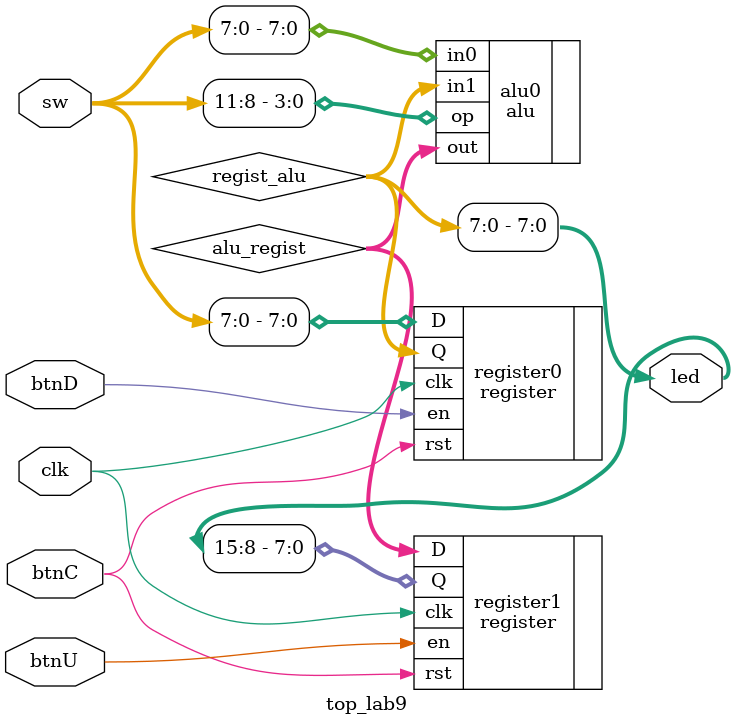
<source format=sv>
`timescale 1ns / 1ps


module top_lab9(
        input [11:0] sw,
        input btnU, btnD, btnC, clk,
        output [15:0] led
    );
    
    wire [7:0] regist_alu;
    register #(.N(8)) register0(
        .D(sw[7:0]),
        .en(btnD),
        .clk(clk),
        .rst(btnC),
        .Q(regist_alu)
        );
    assign led[7:0] = regist_alu;
    
    wire [7:0] alu_regist;
    alu #(.N(8)) alu0(
        .in0(sw[7:0]),
        .in1(regist_alu),        
        .op(sw[11:8]),
        .out(alu_regist)
        );
    
    register #(.N(8)) register1(
        .D(alu_regist),
        .en(btnU),
        .clk(clk),
        .rst(btnC),
        .Q(led[15:8])
        );
       
endmodule

</source>
